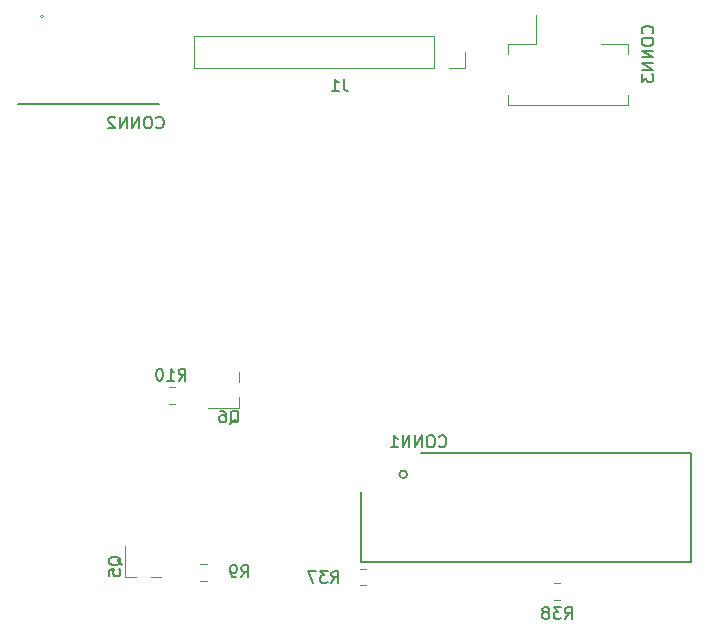
<source format=gbr>
G04 #@! TF.GenerationSoftware,KiCad,Pcbnew,(5.1.6-0-10_14)*
G04 #@! TF.CreationDate,2020-08-18T13:46:32-04:00*
G04 #@! TF.ProjectId,Pufferfish-Interface-2,50756666-6572-4666-9973-682d496e7465,rev?*
G04 #@! TF.SameCoordinates,Original*
G04 #@! TF.FileFunction,Legend,Bot*
G04 #@! TF.FilePolarity,Positive*
%FSLAX46Y46*%
G04 Gerber Fmt 4.6, Leading zero omitted, Abs format (unit mm)*
G04 Created by KiCad (PCBNEW (5.1.6-0-10_14)) date 2020-08-18 13:46:32*
%MOMM*%
%LPD*%
G01*
G04 APERTURE LIST*
%ADD10C,0.120000*%
%ADD11C,0.127000*%
%ADD12C,0.100000*%
%ADD13C,0.200000*%
%ADD14C,0.150000*%
G04 APERTURE END LIST*
D10*
X16289980Y-6041700D02*
X16289980Y-3381700D01*
X36669980Y-6041700D02*
X16289980Y-6041700D01*
X36669980Y-3381700D02*
X16289980Y-3381700D01*
X36669980Y-6041700D02*
X36669980Y-3381700D01*
X37939980Y-6041700D02*
X39269980Y-6041700D01*
X39269980Y-6041700D02*
X39269980Y-4711700D01*
X20126060Y-34858760D02*
X20126060Y-33908760D01*
X17526060Y-34858760D02*
X20126060Y-34858760D01*
X20126060Y-32608760D02*
X20126060Y-31808760D01*
X10470120Y-49105100D02*
X11420120Y-49105100D01*
X10470120Y-46505100D02*
X10470120Y-49105100D01*
X12720120Y-49105100D02*
X13520120Y-49105100D01*
X14696178Y-33054220D02*
X14179022Y-33054220D01*
X14696178Y-34474220D02*
X14179022Y-34474220D01*
X16866102Y-49444980D02*
X17383258Y-49444980D01*
X16866102Y-48024980D02*
X17383258Y-48024980D01*
X45246000Y-3982000D02*
X45246000Y-1592000D01*
X53091000Y-4832000D02*
X53091000Y-3982000D01*
X53091000Y-3982000D02*
X50766000Y-3982000D01*
X42921000Y-8352000D02*
X42921000Y-9202000D01*
X42921000Y-4832000D02*
X42921000Y-3982000D01*
X42921000Y-3982000D02*
X45246000Y-3982000D01*
X42921000Y-9202000D02*
X53091000Y-9202000D01*
X53091000Y-9202000D02*
X53091000Y-8352000D01*
D11*
X13341000Y-9068000D02*
X1391000Y-9068000D01*
D12*
X3593000Y-1718000D02*
G75*
G03*
X3593000Y-1718000I-127000J0D01*
G01*
D10*
X30911298Y-48441540D02*
X30394142Y-48441540D01*
X30911298Y-49861540D02*
X30394142Y-49861540D01*
X47291518Y-49645500D02*
X46774362Y-49645500D01*
X47291518Y-51065500D02*
X46774362Y-51065500D01*
D13*
X34359788Y-40449500D02*
G75*
G03*
X34359788Y-40449500I-323788J0D01*
G01*
X30480000Y-47879000D02*
X30480000Y-41910000D01*
X58420000Y-47879000D02*
X30480000Y-47879000D01*
X58420000Y-38608000D02*
X58420000Y-47879000D01*
X35560000Y-38608000D02*
X58420000Y-38608000D01*
D14*
X28987073Y-6986020D02*
X28987073Y-7700306D01*
X29034692Y-7843163D01*
X29129930Y-7938401D01*
X29272787Y-7986020D01*
X29368025Y-7986020D01*
X27987073Y-7986020D02*
X28558501Y-7986020D01*
X28272787Y-7986020D02*
X28272787Y-6986020D01*
X28368025Y-7128878D01*
X28463263Y-7224116D01*
X28558501Y-7271735D01*
X19371298Y-36156379D02*
X19466536Y-36108760D01*
X19561774Y-36013521D01*
X19704631Y-35870664D01*
X19799869Y-35823045D01*
X19895107Y-35823045D01*
X19847488Y-36061140D02*
X19942726Y-36013521D01*
X20037964Y-35918283D01*
X20085583Y-35727807D01*
X20085583Y-35394474D01*
X20037964Y-35203998D01*
X19942726Y-35108760D01*
X19847488Y-35061140D01*
X19657012Y-35061140D01*
X19561774Y-35108760D01*
X19466536Y-35203998D01*
X19418917Y-35394474D01*
X19418917Y-35727807D01*
X19466536Y-35918283D01*
X19561774Y-36013521D01*
X19657012Y-36061140D01*
X19847488Y-36061140D01*
X18561774Y-35061140D02*
X18752250Y-35061140D01*
X18847488Y-35108760D01*
X18895107Y-35156379D01*
X18990345Y-35299236D01*
X19037964Y-35489712D01*
X19037964Y-35870664D01*
X18990345Y-35965902D01*
X18942726Y-36013521D01*
X18847488Y-36061140D01*
X18657012Y-36061140D01*
X18561774Y-36013521D01*
X18514155Y-35965902D01*
X18466536Y-35870664D01*
X18466536Y-35632569D01*
X18514155Y-35537331D01*
X18561774Y-35489712D01*
X18657012Y-35442093D01*
X18847488Y-35442093D01*
X18942726Y-35489712D01*
X18990345Y-35537331D01*
X19037964Y-35632569D01*
X10192039Y-48162401D02*
X10144420Y-48067163D01*
X10049181Y-47971925D01*
X9906324Y-47829068D01*
X9858705Y-47733830D01*
X9858705Y-47638592D01*
X10096800Y-47686211D02*
X10049181Y-47590973D01*
X9953943Y-47495735D01*
X9763467Y-47448116D01*
X9430134Y-47448116D01*
X9239658Y-47495735D01*
X9144420Y-47590973D01*
X9096800Y-47686211D01*
X9096800Y-47876687D01*
X9144420Y-47971925D01*
X9239658Y-48067163D01*
X9430134Y-48114782D01*
X9763467Y-48114782D01*
X9953943Y-48067163D01*
X10049181Y-47971925D01*
X10096800Y-47876687D01*
X10096800Y-47686211D01*
X9096800Y-49019544D02*
X9096800Y-48543354D01*
X9572991Y-48495735D01*
X9525372Y-48543354D01*
X9477753Y-48638592D01*
X9477753Y-48876687D01*
X9525372Y-48971925D01*
X9572991Y-49019544D01*
X9668229Y-49067163D01*
X9906324Y-49067163D01*
X10001562Y-49019544D01*
X10049181Y-48971925D01*
X10096800Y-48876687D01*
X10096800Y-48638592D01*
X10049181Y-48543354D01*
X10001562Y-48495735D01*
X15026877Y-32509720D02*
X15360210Y-32033530D01*
X15598305Y-32509720D02*
X15598305Y-31509720D01*
X15217353Y-31509720D01*
X15122115Y-31557340D01*
X15074496Y-31604959D01*
X15026877Y-31700197D01*
X15026877Y-31843054D01*
X15074496Y-31938292D01*
X15122115Y-31985911D01*
X15217353Y-32033530D01*
X15598305Y-32033530D01*
X14074496Y-32509720D02*
X14645924Y-32509720D01*
X14360210Y-32509720D02*
X14360210Y-31509720D01*
X14455448Y-31652578D01*
X14550686Y-31747816D01*
X14645924Y-31795435D01*
X13455448Y-31509720D02*
X13360210Y-31509720D01*
X13264972Y-31557340D01*
X13217353Y-31604959D01*
X13169734Y-31700197D01*
X13122115Y-31890673D01*
X13122115Y-32128768D01*
X13169734Y-32319244D01*
X13217353Y-32414482D01*
X13264972Y-32462101D01*
X13360210Y-32509720D01*
X13455448Y-32509720D01*
X13550686Y-32462101D01*
X13598305Y-32414482D01*
X13645924Y-32319244D01*
X13693543Y-32128768D01*
X13693543Y-31890673D01*
X13645924Y-31700197D01*
X13598305Y-31604959D01*
X13550686Y-31557340D01*
X13455448Y-31509720D01*
X20331486Y-49156880D02*
X20664820Y-48680690D01*
X20902915Y-49156880D02*
X20902915Y-48156880D01*
X20521962Y-48156880D01*
X20426724Y-48204500D01*
X20379105Y-48252119D01*
X20331486Y-48347357D01*
X20331486Y-48490214D01*
X20379105Y-48585452D01*
X20426724Y-48633071D01*
X20521962Y-48680690D01*
X20902915Y-48680690D01*
X19855296Y-49156880D02*
X19664820Y-49156880D01*
X19569581Y-49109261D01*
X19521962Y-49061642D01*
X19426724Y-48918785D01*
X19379105Y-48728309D01*
X19379105Y-48347357D01*
X19426724Y-48252119D01*
X19474343Y-48204500D01*
X19569581Y-48156880D01*
X19760058Y-48156880D01*
X19855296Y-48204500D01*
X19902915Y-48252119D01*
X19950534Y-48347357D01*
X19950534Y-48585452D01*
X19902915Y-48680690D01*
X19855296Y-48728309D01*
X19760058Y-48775928D01*
X19569581Y-48775928D01*
X19474343Y-48728309D01*
X19426724Y-48680690D01*
X19379105Y-48585452D01*
X55122082Y-3113304D02*
X55169701Y-3065685D01*
X55217320Y-2922828D01*
X55217320Y-2827590D01*
X55169701Y-2684733D01*
X55074463Y-2589495D01*
X54979225Y-2541876D01*
X54788749Y-2494257D01*
X54645892Y-2494257D01*
X54455416Y-2541876D01*
X54360178Y-2589495D01*
X54264940Y-2684733D01*
X54217320Y-2827590D01*
X54217320Y-2922828D01*
X54264940Y-3065685D01*
X54312559Y-3113304D01*
X54217320Y-3732352D02*
X54217320Y-3922828D01*
X54264940Y-4018066D01*
X54360178Y-4113304D01*
X54550654Y-4160923D01*
X54883987Y-4160923D01*
X55074463Y-4113304D01*
X55169701Y-4018066D01*
X55217320Y-3922828D01*
X55217320Y-3732352D01*
X55169701Y-3637114D01*
X55074463Y-3541876D01*
X54883987Y-3494257D01*
X54550654Y-3494257D01*
X54360178Y-3541876D01*
X54264940Y-3637114D01*
X54217320Y-3732352D01*
X55217320Y-4589495D02*
X54217320Y-4589495D01*
X55217320Y-5160923D01*
X54217320Y-5160923D01*
X55217320Y-5637114D02*
X54217320Y-5637114D01*
X55217320Y-6208542D01*
X54217320Y-6208542D01*
X54217320Y-6589495D02*
X54217320Y-7208542D01*
X54598273Y-6875209D01*
X54598273Y-7018066D01*
X54645892Y-7113304D01*
X54693511Y-7160923D01*
X54788749Y-7208542D01*
X55026844Y-7208542D01*
X55122082Y-7160923D01*
X55169701Y-7113304D01*
X55217320Y-7018066D01*
X55217320Y-6732352D01*
X55169701Y-6637114D01*
X55122082Y-6589495D01*
X13141413Y-11076201D02*
X13189067Y-11123854D01*
X13332027Y-11171508D01*
X13427334Y-11171508D01*
X13570295Y-11123854D01*
X13665602Y-11028547D01*
X13713255Y-10933240D01*
X13760909Y-10742626D01*
X13760909Y-10599666D01*
X13713255Y-10409052D01*
X13665602Y-10313745D01*
X13570295Y-10218438D01*
X13427334Y-10170784D01*
X13332027Y-10170784D01*
X13189067Y-10218438D01*
X13141413Y-10266091D01*
X12521917Y-10170784D02*
X12331303Y-10170784D01*
X12235996Y-10218438D01*
X12140689Y-10313745D01*
X12093036Y-10504359D01*
X12093036Y-10837933D01*
X12140689Y-11028547D01*
X12235996Y-11123854D01*
X12331303Y-11171508D01*
X12521917Y-11171508D01*
X12617224Y-11123854D01*
X12712531Y-11028547D01*
X12760185Y-10837933D01*
X12760185Y-10504359D01*
X12712531Y-10313745D01*
X12617224Y-10218438D01*
X12521917Y-10170784D01*
X11664154Y-11171508D02*
X11664154Y-10170784D01*
X11092312Y-11171508D01*
X11092312Y-10170784D01*
X10615776Y-11171508D02*
X10615776Y-10170784D01*
X10043934Y-11171508D01*
X10043934Y-10170784D01*
X9615052Y-10266091D02*
X9567399Y-10218438D01*
X9472092Y-10170784D01*
X9233824Y-10170784D01*
X9138517Y-10218438D01*
X9090864Y-10266091D01*
X9043210Y-10361398D01*
X9043210Y-10456705D01*
X9090864Y-10599666D01*
X9662706Y-11171508D01*
X9043210Y-11171508D01*
X27963097Y-49636940D02*
X28296430Y-49160750D01*
X28534525Y-49636940D02*
X28534525Y-48636940D01*
X28153573Y-48636940D01*
X28058335Y-48684560D01*
X28010716Y-48732179D01*
X27963097Y-48827417D01*
X27963097Y-48970274D01*
X28010716Y-49065512D01*
X28058335Y-49113131D01*
X28153573Y-49160750D01*
X28534525Y-49160750D01*
X27629763Y-48636940D02*
X27010716Y-48636940D01*
X27344049Y-49017893D01*
X27201192Y-49017893D01*
X27105954Y-49065512D01*
X27058335Y-49113131D01*
X27010716Y-49208369D01*
X27010716Y-49446464D01*
X27058335Y-49541702D01*
X27105954Y-49589321D01*
X27201192Y-49636940D01*
X27486906Y-49636940D01*
X27582144Y-49589321D01*
X27629763Y-49541702D01*
X26677382Y-48636940D02*
X26010716Y-48636940D01*
X26439287Y-49636940D01*
X47719217Y-52700180D02*
X48052550Y-52223990D01*
X48290645Y-52700180D02*
X48290645Y-51700180D01*
X47909693Y-51700180D01*
X47814455Y-51747800D01*
X47766836Y-51795419D01*
X47719217Y-51890657D01*
X47719217Y-52033514D01*
X47766836Y-52128752D01*
X47814455Y-52176371D01*
X47909693Y-52223990D01*
X48290645Y-52223990D01*
X47385883Y-51700180D02*
X46766836Y-51700180D01*
X47100169Y-52081133D01*
X46957312Y-52081133D01*
X46862074Y-52128752D01*
X46814455Y-52176371D01*
X46766836Y-52271609D01*
X46766836Y-52509704D01*
X46814455Y-52604942D01*
X46862074Y-52652561D01*
X46957312Y-52700180D01*
X47243026Y-52700180D01*
X47338264Y-52652561D01*
X47385883Y-52604942D01*
X46195407Y-52128752D02*
X46290645Y-52081133D01*
X46338264Y-52033514D01*
X46385883Y-51938276D01*
X46385883Y-51890657D01*
X46338264Y-51795419D01*
X46290645Y-51747800D01*
X46195407Y-51700180D01*
X46004931Y-51700180D01*
X45909693Y-51747800D01*
X45862074Y-51795419D01*
X45814455Y-51890657D01*
X45814455Y-51938276D01*
X45862074Y-52033514D01*
X45909693Y-52081133D01*
X46004931Y-52128752D01*
X46195407Y-52128752D01*
X46290645Y-52176371D01*
X46338264Y-52223990D01*
X46385883Y-52319228D01*
X46385883Y-52509704D01*
X46338264Y-52604942D01*
X46290645Y-52652561D01*
X46195407Y-52700180D01*
X46004931Y-52700180D01*
X45909693Y-52652561D01*
X45862074Y-52604942D01*
X45814455Y-52509704D01*
X45814455Y-52319228D01*
X45862074Y-52223990D01*
X45909693Y-52176371D01*
X46004931Y-52128752D01*
X37077115Y-38065982D02*
X37124734Y-38113601D01*
X37267591Y-38161220D01*
X37362829Y-38161220D01*
X37505686Y-38113601D01*
X37600924Y-38018363D01*
X37648543Y-37923125D01*
X37696162Y-37732649D01*
X37696162Y-37589792D01*
X37648543Y-37399316D01*
X37600924Y-37304078D01*
X37505686Y-37208840D01*
X37362829Y-37161220D01*
X37267591Y-37161220D01*
X37124734Y-37208840D01*
X37077115Y-37256459D01*
X36458067Y-37161220D02*
X36267591Y-37161220D01*
X36172353Y-37208840D01*
X36077115Y-37304078D01*
X36029496Y-37494554D01*
X36029496Y-37827887D01*
X36077115Y-38018363D01*
X36172353Y-38113601D01*
X36267591Y-38161220D01*
X36458067Y-38161220D01*
X36553305Y-38113601D01*
X36648543Y-38018363D01*
X36696162Y-37827887D01*
X36696162Y-37494554D01*
X36648543Y-37304078D01*
X36553305Y-37208840D01*
X36458067Y-37161220D01*
X35600924Y-38161220D02*
X35600924Y-37161220D01*
X35029496Y-38161220D01*
X35029496Y-37161220D01*
X34553305Y-38161220D02*
X34553305Y-37161220D01*
X33981877Y-38161220D01*
X33981877Y-37161220D01*
X32981877Y-38161220D02*
X33553305Y-38161220D01*
X33267591Y-38161220D02*
X33267591Y-37161220D01*
X33362829Y-37304078D01*
X33458067Y-37399316D01*
X33553305Y-37446935D01*
M02*

</source>
